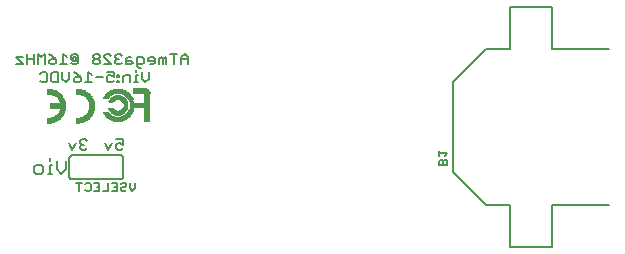
<source format=gbr>
G04 EAGLE Gerber RS-274X export*
G75*
%MOMM*%
%FSLAX34Y34*%
%LPD*%
%INSilkscreen Bottom*%
%IPPOS*%
%AMOC8*
5,1,8,0,0,1.08239X$1,22.5*%
G01*
%ADD10C,0.152400*%
%ADD11C,0.127000*%
%ADD12C,0.203200*%
%ADD13R,0.317500X0.012700*%
%ADD14R,0.330200X0.012700*%
%ADD15R,0.393700X0.012700*%
%ADD16R,0.406400X0.012700*%
%ADD17R,0.457200X0.012700*%
%ADD18R,0.508000X0.012700*%
%ADD19R,0.558800X0.012700*%
%ADD20R,0.596900X0.012700*%
%ADD21R,0.635000X0.012700*%
%ADD22R,0.685800X0.012700*%
%ADD23R,0.711200X0.012700*%
%ADD24R,0.736600X0.012700*%
%ADD25R,0.762000X0.012700*%
%ADD26R,0.787400X0.012700*%
%ADD27R,0.812800X0.012700*%
%ADD28R,0.838200X0.012700*%
%ADD29R,0.863600X0.012700*%
%ADD30R,0.876300X0.012700*%
%ADD31R,0.901700X0.012700*%
%ADD32R,0.914400X0.012700*%
%ADD33R,0.939800X0.012700*%
%ADD34R,0.952500X0.012700*%
%ADD35R,0.977900X0.012700*%
%ADD36R,0.990600X0.012700*%
%ADD37R,1.016000X0.012700*%
%ADD38R,1.028700X0.012700*%
%ADD39R,1.054100X0.012700*%
%ADD40R,1.066800X0.012700*%
%ADD41R,1.079500X0.012700*%
%ADD42R,1.092200X0.012700*%
%ADD43R,1.104900X0.012700*%
%ADD44R,1.117600X0.012700*%
%ADD45R,1.130300X0.012700*%
%ADD46R,1.143000X0.012700*%
%ADD47R,1.155700X0.012700*%
%ADD48R,1.168400X0.012700*%
%ADD49R,0.114300X0.012700*%
%ADD50R,0.800100X0.012700*%
%ADD51R,0.749300X0.012700*%
%ADD52R,0.723900X0.012700*%
%ADD53R,0.698500X0.012700*%
%ADD54R,0.660400X0.012700*%
%ADD55R,0.673100X0.012700*%
%ADD56R,0.647700X0.012700*%
%ADD57R,0.622300X0.012700*%
%ADD58R,0.609600X0.012700*%
%ADD59R,0.584200X0.012700*%
%ADD60R,0.571500X0.012700*%
%ADD61R,0.546100X0.012700*%
%ADD62R,0.533400X0.012700*%
%ADD63R,0.520700X0.012700*%
%ADD64R,0.495300X0.012700*%
%ADD65R,0.482600X0.012700*%
%ADD66R,0.469900X0.012700*%
%ADD67R,0.444500X0.012700*%
%ADD68R,1.295400X0.012700*%
%ADD69R,1.308100X0.012700*%
%ADD70R,0.825500X0.012700*%
%ADD71R,0.889000X0.012700*%
%ADD72R,1.181100X0.012700*%
%ADD73R,0.774700X0.012700*%
%ADD74R,1.041400X0.012700*%
%ADD75R,1.193800X0.012700*%
%ADD76R,1.257300X0.012700*%
%ADD77R,1.358900X0.012700*%
%ADD78R,1.409700X0.012700*%
%ADD79R,1.460500X0.012700*%
%ADD80R,1.498600X0.012700*%
%ADD81R,1.536700X0.012700*%
%ADD82R,1.562100X0.012700*%
%ADD83R,1.600200X0.012700*%
%ADD84R,1.638300X0.012700*%
%ADD85R,1.663700X0.012700*%
%ADD86R,1.701800X0.012700*%
%ADD87R,1.727200X0.012700*%
%ADD88R,1.778000X0.012700*%
%ADD89R,1.803400X0.012700*%
%ADD90R,1.828800X0.012700*%
%ADD91R,1.854200X0.012700*%
%ADD92R,1.879600X0.012700*%
%ADD93R,1.905000X0.012700*%
%ADD94R,0.850900X0.012700*%
%ADD95R,0.190500X0.012700*%
%ADD96R,0.355600X0.012700*%
%ADD97R,1.219200X0.012700*%
%ADD98R,1.244600X0.012700*%
%ADD99R,0.431800X0.012700*%
%ADD100R,1.282700X0.012700*%
%ADD101R,1.333500X0.012700*%
%ADD102R,1.371600X0.012700*%
%ADD103R,1.384300X0.012700*%
%ADD104R,0.419100X0.012700*%
%ADD105R,0.381000X0.012700*%
%ADD106R,1.752600X0.012700*%
%ADD107R,1.739900X0.012700*%
%ADD108R,0.368300X0.012700*%
%ADD109R,1.270000X0.012700*%
%ADD110R,1.231900X0.012700*%
%ADD111R,1.206500X0.012700*%
%ADD112R,0.965200X0.012700*%
%ADD113R,0.927100X0.012700*%
%ADD114R,0.203200X0.012700*%
%ADD115R,1.473200X0.012700*%
%ADD116R,1.841500X0.012700*%
%ADD117R,1.816100X0.012700*%
%ADD118R,1.790700X0.012700*%
%ADD119R,1.765300X0.012700*%
%ADD120R,1.447800X0.012700*%
%ADD121R,1.689100X0.012700*%
%ADD122R,1.435100X0.012700*%
%ADD123R,1.612900X0.012700*%
%ADD124R,1.574800X0.012700*%
%ADD125R,1.422400X0.012700*%
%ADD126R,1.511300X0.012700*%
%ADD127R,1.397000X0.012700*%
%ADD128R,1.320800X0.012700*%
%ADD129R,1.346200X0.012700*%
%ADD130R,0.127000X0.012700*%


D10*
X92300Y64018D02*
X92300Y56561D01*
X88572Y52832D01*
X84843Y56561D01*
X84843Y64018D01*
X80606Y60289D02*
X78742Y60289D01*
X78742Y52832D01*
X80606Y52832D02*
X76878Y52832D01*
X78742Y64018D02*
X78742Y65882D01*
X70946Y52832D02*
X67217Y52832D01*
X65353Y54696D01*
X65353Y58425D01*
X67217Y60289D01*
X70946Y60289D01*
X72810Y58425D01*
X72810Y54696D01*
X70946Y52832D01*
D11*
X162491Y133141D02*
X162491Y139073D01*
X162491Y133141D02*
X159525Y130175D01*
X156559Y133141D01*
X156559Y139073D01*
X153135Y136107D02*
X151653Y136107D01*
X151653Y130175D01*
X153135Y130175D02*
X150170Y130175D01*
X151653Y139073D02*
X151653Y140556D01*
X146899Y136107D02*
X146899Y130175D01*
X146899Y136107D02*
X142450Y136107D01*
X140967Y134624D01*
X140967Y130175D01*
X137543Y136107D02*
X136061Y136107D01*
X136061Y134624D01*
X137543Y134624D01*
X137543Y136107D01*
X137543Y131658D02*
X136061Y131658D01*
X136061Y130175D01*
X137543Y130175D01*
X137543Y131658D01*
X132866Y139073D02*
X126934Y139073D01*
X132866Y139073D02*
X132866Y134624D01*
X129900Y136107D01*
X128417Y136107D01*
X126934Y134624D01*
X126934Y131658D01*
X128417Y130175D01*
X131383Y130175D01*
X132866Y131658D01*
X123511Y134624D02*
X117579Y134624D01*
X114155Y136107D02*
X111190Y139073D01*
X111190Y130175D01*
X114155Y130175D02*
X108224Y130175D01*
X101834Y137590D02*
X98869Y139073D01*
X101834Y137590D02*
X104800Y134624D01*
X104800Y131658D01*
X103317Y130175D01*
X100352Y130175D01*
X98869Y131658D01*
X98869Y133141D01*
X100352Y134624D01*
X104800Y134624D01*
X95445Y133141D02*
X95445Y139073D01*
X95445Y133141D02*
X92479Y130175D01*
X89513Y133141D01*
X89513Y139073D01*
X86090Y139073D02*
X86090Y130175D01*
X81641Y130175D01*
X80158Y131658D01*
X80158Y137590D01*
X81641Y139073D01*
X86090Y139073D01*
X72286Y139073D02*
X70803Y137590D01*
X72286Y139073D02*
X75252Y139073D01*
X76735Y137590D01*
X76735Y131658D01*
X75252Y130175D01*
X72286Y130175D01*
X70803Y131658D01*
X196127Y145415D02*
X196127Y151347D01*
X193161Y154313D01*
X190195Y151347D01*
X190195Y145415D01*
X190195Y149864D02*
X196127Y149864D01*
X183806Y145415D02*
X183806Y154313D01*
X186771Y154313D02*
X180840Y154313D01*
X177416Y151347D02*
X177416Y145415D01*
X177416Y151347D02*
X175933Y151347D01*
X174450Y149864D01*
X174450Y145415D01*
X174450Y149864D02*
X172967Y151347D01*
X171484Y149864D01*
X171484Y145415D01*
X166578Y145415D02*
X163612Y145415D01*
X166578Y145415D02*
X168061Y146898D01*
X168061Y149864D01*
X166578Y151347D01*
X163612Y151347D01*
X162129Y149864D01*
X162129Y148381D01*
X168061Y148381D01*
X155740Y142449D02*
X154257Y142449D01*
X152774Y143932D01*
X152774Y151347D01*
X157223Y151347D01*
X158706Y149864D01*
X158706Y146898D01*
X157223Y145415D01*
X152774Y145415D01*
X147868Y151347D02*
X144902Y151347D01*
X143419Y149864D01*
X143419Y145415D01*
X147868Y145415D01*
X149351Y146898D01*
X147868Y148381D01*
X143419Y148381D01*
X139995Y152830D02*
X138513Y154313D01*
X135547Y154313D01*
X134064Y152830D01*
X134064Y151347D01*
X135547Y149864D01*
X137030Y149864D01*
X135547Y149864D02*
X134064Y148381D01*
X134064Y146898D01*
X135547Y145415D01*
X138513Y145415D01*
X139995Y146898D01*
X130640Y145415D02*
X124709Y145415D01*
X130640Y145415D02*
X124709Y151347D01*
X124709Y152830D01*
X126191Y154313D01*
X129157Y154313D01*
X130640Y152830D01*
X121285Y152830D02*
X119802Y154313D01*
X116836Y154313D01*
X115353Y152830D01*
X115353Y151347D01*
X116836Y149864D01*
X115353Y148381D01*
X115353Y146898D01*
X116836Y145415D01*
X119802Y145415D01*
X121285Y146898D01*
X121285Y148381D01*
X119802Y149864D01*
X121285Y151347D01*
X121285Y152830D01*
X119802Y149864D02*
X116836Y149864D01*
X98126Y145415D02*
X96643Y146898D01*
X98126Y145415D02*
X101092Y145415D01*
X102575Y146898D01*
X102575Y152830D01*
X101092Y154313D01*
X98126Y154313D01*
X96643Y152830D01*
X96643Y149864D01*
X98126Y148381D01*
X101092Y148381D01*
X101092Y151347D01*
X98126Y151347D01*
X98126Y148381D01*
X93220Y151347D02*
X90254Y154313D01*
X90254Y145415D01*
X93220Y145415D02*
X87288Y145415D01*
X80898Y152830D02*
X77933Y154313D01*
X80898Y152830D02*
X83864Y149864D01*
X83864Y146898D01*
X82381Y145415D01*
X79416Y145415D01*
X77933Y146898D01*
X77933Y148381D01*
X79416Y149864D01*
X83864Y149864D01*
X74509Y145415D02*
X74509Y154313D01*
X71543Y151347D01*
X68577Y154313D01*
X68577Y145415D01*
X65154Y145415D02*
X65154Y154313D01*
X65154Y149864D02*
X59222Y149864D01*
X59222Y154313D02*
X59222Y145415D01*
X55799Y151347D02*
X49867Y151347D01*
X55799Y145415D01*
X49867Y145415D01*
X108837Y81923D02*
X110320Y80440D01*
X108837Y81923D02*
X105871Y81923D01*
X104388Y80440D01*
X104388Y78957D01*
X105871Y77474D01*
X107354Y77474D01*
X105871Y77474D02*
X104388Y75991D01*
X104388Y74508D01*
X105871Y73025D01*
X108837Y73025D01*
X110320Y74508D01*
X100965Y78957D02*
X97999Y73025D01*
X95033Y78957D01*
X134868Y81923D02*
X140800Y81923D01*
X140800Y77474D01*
X137834Y78957D01*
X136351Y78957D01*
X134868Y77474D01*
X134868Y74508D01*
X136351Y73025D01*
X139317Y73025D01*
X140800Y74508D01*
X131445Y78957D02*
X128479Y73025D01*
X125513Y78957D01*
D12*
X138430Y68580D02*
X97790Y68580D01*
X138430Y48260D02*
X138530Y48262D01*
X138629Y48268D01*
X138729Y48278D01*
X138827Y48291D01*
X138926Y48309D01*
X139023Y48330D01*
X139119Y48355D01*
X139215Y48384D01*
X139309Y48417D01*
X139402Y48453D01*
X139493Y48493D01*
X139583Y48537D01*
X139671Y48584D01*
X139757Y48634D01*
X139841Y48688D01*
X139923Y48745D01*
X140002Y48805D01*
X140080Y48869D01*
X140154Y48935D01*
X140226Y49004D01*
X140295Y49076D01*
X140361Y49150D01*
X140425Y49228D01*
X140485Y49307D01*
X140542Y49389D01*
X140596Y49473D01*
X140646Y49559D01*
X140693Y49647D01*
X140737Y49737D01*
X140777Y49828D01*
X140813Y49921D01*
X140846Y50015D01*
X140875Y50111D01*
X140900Y50207D01*
X140921Y50304D01*
X140939Y50403D01*
X140952Y50501D01*
X140962Y50601D01*
X140968Y50700D01*
X140970Y50800D01*
X97790Y48260D02*
X97690Y48262D01*
X97591Y48268D01*
X97491Y48278D01*
X97393Y48291D01*
X97294Y48309D01*
X97197Y48330D01*
X97101Y48355D01*
X97005Y48384D01*
X96911Y48417D01*
X96818Y48453D01*
X96727Y48493D01*
X96637Y48537D01*
X96549Y48584D01*
X96463Y48634D01*
X96379Y48688D01*
X96297Y48745D01*
X96218Y48805D01*
X96140Y48869D01*
X96066Y48935D01*
X95994Y49004D01*
X95925Y49076D01*
X95859Y49150D01*
X95795Y49228D01*
X95735Y49307D01*
X95678Y49389D01*
X95624Y49473D01*
X95574Y49559D01*
X95527Y49647D01*
X95483Y49737D01*
X95443Y49828D01*
X95407Y49921D01*
X95374Y50015D01*
X95345Y50111D01*
X95320Y50207D01*
X95299Y50304D01*
X95281Y50403D01*
X95268Y50501D01*
X95258Y50601D01*
X95252Y50700D01*
X95250Y50800D01*
X95250Y66040D02*
X95252Y66140D01*
X95258Y66239D01*
X95268Y66339D01*
X95281Y66437D01*
X95299Y66536D01*
X95320Y66633D01*
X95345Y66729D01*
X95374Y66825D01*
X95407Y66919D01*
X95443Y67012D01*
X95483Y67103D01*
X95527Y67193D01*
X95574Y67281D01*
X95624Y67367D01*
X95678Y67451D01*
X95735Y67533D01*
X95795Y67612D01*
X95859Y67690D01*
X95925Y67764D01*
X95994Y67836D01*
X96066Y67905D01*
X96140Y67971D01*
X96218Y68035D01*
X96297Y68095D01*
X96379Y68152D01*
X96463Y68206D01*
X96549Y68256D01*
X96637Y68303D01*
X96727Y68347D01*
X96818Y68387D01*
X96911Y68423D01*
X97005Y68456D01*
X97101Y68485D01*
X97197Y68510D01*
X97294Y68531D01*
X97393Y68549D01*
X97491Y68562D01*
X97591Y68572D01*
X97690Y68578D01*
X97790Y68580D01*
X138430Y68580D02*
X138530Y68578D01*
X138629Y68572D01*
X138729Y68562D01*
X138827Y68549D01*
X138926Y68531D01*
X139023Y68510D01*
X139119Y68485D01*
X139215Y68456D01*
X139309Y68423D01*
X139402Y68387D01*
X139493Y68347D01*
X139583Y68303D01*
X139671Y68256D01*
X139757Y68206D01*
X139841Y68152D01*
X139923Y68095D01*
X140002Y68035D01*
X140080Y67971D01*
X140154Y67905D01*
X140226Y67836D01*
X140295Y67764D01*
X140361Y67690D01*
X140425Y67612D01*
X140485Y67533D01*
X140542Y67451D01*
X140596Y67367D01*
X140646Y67281D01*
X140693Y67193D01*
X140737Y67103D01*
X140777Y67012D01*
X140813Y66919D01*
X140846Y66825D01*
X140875Y66729D01*
X140900Y66633D01*
X140921Y66536D01*
X140939Y66437D01*
X140952Y66339D01*
X140962Y66239D01*
X140968Y66140D01*
X140970Y66040D01*
X140970Y50800D01*
X95250Y50800D02*
X95250Y66040D01*
X97790Y48260D02*
X138430Y48260D01*
D10*
X150687Y44964D02*
X150687Y40557D01*
X148484Y38354D01*
X146281Y40557D01*
X146281Y44964D01*
X139898Y44964D02*
X138797Y43862D01*
X139898Y44964D02*
X142101Y44964D01*
X143203Y43862D01*
X143203Y42760D01*
X142101Y41659D01*
X139898Y41659D01*
X138797Y40557D01*
X138797Y39456D01*
X139898Y38354D01*
X142101Y38354D01*
X143203Y39456D01*
X135719Y44964D02*
X131312Y44964D01*
X135719Y44964D02*
X135719Y38354D01*
X131312Y38354D01*
X133516Y41659D02*
X135719Y41659D01*
X128235Y44964D02*
X128235Y38354D01*
X123828Y38354D01*
X120750Y44964D02*
X116344Y44964D01*
X120750Y44964D02*
X120750Y38354D01*
X116344Y38354D01*
X118547Y41659D02*
X120750Y41659D01*
X109962Y44964D02*
X108860Y43862D01*
X109962Y44964D02*
X112165Y44964D01*
X113266Y43862D01*
X113266Y39456D01*
X112165Y38354D01*
X109962Y38354D01*
X108860Y39456D01*
X103579Y38354D02*
X103579Y44964D01*
X105782Y44964D02*
X101376Y44964D01*
D13*
X102616Y95250D03*
D14*
X78169Y95250D03*
D15*
X102997Y95377D03*
D16*
X78550Y95377D03*
D17*
X103315Y95504D03*
X78804Y95504D03*
D18*
X103569Y95631D03*
X79058Y95631D03*
D19*
X103823Y95758D03*
X79312Y95758D03*
D20*
X104013Y95885D03*
X79502Y95885D03*
D21*
X104204Y96012D03*
X79693Y96012D03*
D22*
X104458Y96139D03*
X79947Y96139D03*
D23*
X104585Y96266D03*
X80074Y96266D03*
D24*
X104712Y96393D03*
X80201Y96393D03*
D25*
X104839Y96520D03*
X80328Y96520D03*
D26*
X104966Y96647D03*
X80455Y96647D03*
D27*
X105093Y96774D03*
X80582Y96774D03*
D28*
X105220Y96901D03*
X80709Y96901D03*
D29*
X105347Y97028D03*
X80836Y97028D03*
D30*
X105410Y97155D03*
X80899Y97155D03*
D31*
X105537Y97282D03*
X81026Y97282D03*
D32*
X105601Y97409D03*
X81090Y97409D03*
D33*
X105728Y97536D03*
X81217Y97536D03*
D34*
X105791Y97663D03*
X81280Y97663D03*
D35*
X105918Y97790D03*
X81407Y97790D03*
D36*
X105982Y97917D03*
X81471Y97917D03*
D37*
X106109Y98044D03*
X81598Y98044D03*
D38*
X106172Y98171D03*
X81661Y98171D03*
D39*
X106299Y98298D03*
X81788Y98298D03*
D40*
X106363Y98425D03*
X81852Y98425D03*
D41*
X106426Y98552D03*
X81915Y98552D03*
D42*
X106490Y98679D03*
X81979Y98679D03*
D43*
X106553Y98806D03*
X82042Y98806D03*
D44*
X106617Y98933D03*
X82106Y98933D03*
D45*
X106680Y99060D03*
X82169Y99060D03*
D46*
X106744Y99187D03*
X82233Y99187D03*
D47*
X106807Y99314D03*
X82296Y99314D03*
D48*
X106871Y99441D03*
X82360Y99441D03*
D36*
X107887Y99568D03*
D49*
X101600Y99568D03*
D36*
X83376Y99568D03*
D49*
X77089Y99568D03*
D31*
X108458Y99695D03*
D32*
X83884Y99695D03*
D28*
X108903Y99822D03*
X84392Y99822D03*
D50*
X109220Y99949D03*
D26*
X84773Y99949D03*
D25*
X109538Y100076D03*
X85027Y100076D03*
D51*
X109728Y100203D03*
X85217Y100203D03*
D24*
X109919Y100330D03*
X85408Y100330D03*
D23*
X110173Y100457D03*
D52*
X85598Y100457D03*
D53*
X110363Y100584D03*
D23*
X85789Y100584D03*
D22*
X110554Y100711D03*
D53*
X85979Y100711D03*
D54*
X110681Y100838D03*
D55*
X86106Y100838D03*
D56*
X110871Y100965D03*
D54*
X86297Y100965D03*
D56*
X110998Y101092D03*
X86487Y101092D03*
D21*
X111189Y101219D03*
X86678Y101219D03*
D57*
X111252Y101346D03*
D58*
X86805Y101346D03*
D57*
X111379Y101473D03*
D58*
X86932Y101473D03*
D57*
X111506Y101600D03*
D20*
X87122Y101600D03*
X111633Y101727D03*
D59*
X87186Y101727D03*
D20*
X111760Y101854D03*
D59*
X87313Y101854D03*
X111824Y101981D03*
D60*
X87376Y101981D03*
D59*
X111951Y102108D03*
D60*
X87503Y102108D03*
D59*
X112078Y102235D03*
D60*
X87630Y102235D03*
D19*
X112205Y102362D03*
X87694Y102362D03*
X112332Y102489D03*
X87821Y102489D03*
D61*
X112395Y102616D03*
X87884Y102616D03*
X112522Y102743D03*
D62*
X88075Y102743D03*
D61*
X112649Y102870D03*
D62*
X88202Y102870D03*
X112713Y102997D03*
D63*
X88265Y102997D03*
D62*
X112840Y103124D03*
X88329Y103124D03*
D63*
X112903Y103251D03*
X88392Y103251D03*
D62*
X112967Y103378D03*
D63*
X88519Y103378D03*
X113030Y103505D03*
X88519Y103505D03*
X113157Y103632D03*
X88646Y103632D03*
D18*
X113221Y103759D03*
X88710Y103759D03*
D63*
X113284Y103886D03*
D18*
X88837Y103886D03*
X113348Y104013D03*
X88837Y104013D03*
D64*
X113411Y104140D03*
X88900Y104140D03*
D18*
X113475Y104267D03*
D64*
X89027Y104267D03*
X113538Y104394D03*
D65*
X89091Y104394D03*
X113602Y104521D03*
X89091Y104521D03*
D64*
X113665Y104648D03*
D65*
X89218Y104648D03*
X113729Y104775D03*
X89218Y104775D03*
X113729Y104902D03*
D66*
X89281Y104902D03*
X113792Y105029D03*
X89281Y105029D03*
D65*
X113856Y105156D03*
D66*
X89408Y105156D03*
X113919Y105283D03*
X89408Y105283D03*
X113919Y105410D03*
D17*
X89472Y105410D03*
D66*
X114046Y105537D03*
X89535Y105537D03*
X114046Y105664D03*
D17*
X89599Y105664D03*
D66*
X114046Y105791D03*
D17*
X89599Y105791D03*
X114110Y105918D03*
X89599Y105918D03*
D66*
X114173Y106045D03*
D17*
X89726Y106045D03*
X114237Y106172D03*
X89726Y106172D03*
X114237Y106299D03*
X89726Y106299D03*
D67*
X114300Y106426D03*
X89789Y106426D03*
D17*
X114364Y106553D03*
X89853Y106553D03*
X114364Y106680D03*
X89853Y106680D03*
D67*
X114427Y106807D03*
X89916Y106807D03*
X114427Y106934D03*
X89916Y106934D03*
D17*
X114491Y107061D03*
X89980Y107061D03*
X114491Y107188D03*
X89980Y107188D03*
D67*
X114554Y107315D03*
X90043Y107315D03*
X114554Y107442D03*
D68*
X85789Y107442D03*
D67*
X114554Y107569D03*
D68*
X85789Y107569D03*
D67*
X114554Y107696D03*
D68*
X85789Y107696D03*
D17*
X114618Y107823D03*
D69*
X85852Y107823D03*
D17*
X114618Y107950D03*
D69*
X85852Y107950D03*
D67*
X114681Y108077D03*
D69*
X85852Y108077D03*
D67*
X114681Y108204D03*
D69*
X85852Y108204D03*
D67*
X114681Y108331D03*
D69*
X85852Y108331D03*
D67*
X114681Y108458D03*
D69*
X85852Y108458D03*
D67*
X114681Y108585D03*
D69*
X85852Y108585D03*
D67*
X114681Y108712D03*
D69*
X85852Y108712D03*
D67*
X114681Y108839D03*
D69*
X85852Y108839D03*
D67*
X114681Y108966D03*
D69*
X85852Y108966D03*
D67*
X114681Y109093D03*
D69*
X85852Y109093D03*
D67*
X114681Y109220D03*
D69*
X85852Y109220D03*
D67*
X114681Y109347D03*
D69*
X85852Y109347D03*
D67*
X114681Y109474D03*
D69*
X85852Y109474D03*
D67*
X114681Y109601D03*
D69*
X85852Y109601D03*
D67*
X114681Y109728D03*
D69*
X85852Y109728D03*
D67*
X114681Y109855D03*
D69*
X85852Y109855D03*
D67*
X114681Y109982D03*
D69*
X85852Y109982D03*
D67*
X114681Y110109D03*
D69*
X85852Y110109D03*
D67*
X114681Y110236D03*
D69*
X85852Y110236D03*
D67*
X114681Y110363D03*
D69*
X85852Y110363D03*
D67*
X114681Y110490D03*
D69*
X85852Y110490D03*
D67*
X114681Y110617D03*
D69*
X85852Y110617D03*
D67*
X114681Y110744D03*
D69*
X85852Y110744D03*
D67*
X114681Y110871D03*
D69*
X85852Y110871D03*
D67*
X114681Y110998D03*
D69*
X85852Y110998D03*
D17*
X114618Y111125D03*
D69*
X85852Y111125D03*
D17*
X114618Y111252D03*
D69*
X85852Y111252D03*
D17*
X114618Y111379D03*
D69*
X85852Y111379D03*
D67*
X114554Y111506D03*
D68*
X85789Y111506D03*
D67*
X114554Y111633D03*
D68*
X85789Y111633D03*
D67*
X114554Y111760D03*
D68*
X85789Y111760D03*
D17*
X114491Y111887D03*
D67*
X90043Y111887D03*
D17*
X114491Y112014D03*
X89980Y112014D03*
X114491Y112141D03*
X89980Y112141D03*
D67*
X114427Y112268D03*
X89916Y112268D03*
D17*
X114364Y112395D03*
D67*
X89916Y112395D03*
D17*
X114364Y112522D03*
X89853Y112522D03*
X114364Y112649D03*
X89853Y112649D03*
D67*
X114300Y112776D03*
X89789Y112776D03*
D17*
X114237Y112903D03*
X89726Y112903D03*
X114237Y113030D03*
X89726Y113030D03*
D66*
X114173Y113157D03*
D17*
X89726Y113157D03*
X114110Y113284D03*
X89599Y113284D03*
D66*
X114046Y113411D03*
D17*
X89599Y113411D03*
D66*
X114046Y113538D03*
X89535Y113538D03*
X114046Y113665D03*
X89535Y113665D03*
X113919Y113792D03*
X89408Y113792D03*
X113919Y113919D03*
X89408Y113919D03*
D65*
X113856Y114046D03*
X89345Y114046D03*
D66*
X113792Y114173D03*
X89281Y114173D03*
D65*
X113729Y114300D03*
X89218Y114300D03*
X113729Y114427D03*
X89218Y114427D03*
X113602Y114554D03*
X89091Y114554D03*
X113602Y114681D03*
X89091Y114681D03*
D64*
X113538Y114808D03*
X89027Y114808D03*
D18*
X113475Y114935D03*
D64*
X89027Y114935D03*
X113411Y115062D03*
X88900Y115062D03*
D18*
X113348Y115189D03*
X88837Y115189D03*
X113221Y115316D03*
D64*
X88773Y115316D03*
D63*
X113157Y115443D03*
D18*
X88710Y115443D03*
D63*
X113030Y115570D03*
D18*
X88583Y115570D03*
D63*
X113030Y115697D03*
X88519Y115697D03*
X112903Y115824D03*
X88392Y115824D03*
D62*
X112840Y115951D03*
D63*
X88392Y115951D03*
D62*
X112713Y116078D03*
D63*
X88265Y116078D03*
D61*
X112649Y116205D03*
D62*
X88202Y116205D03*
D61*
X112522Y116332D03*
D62*
X88075Y116332D03*
D61*
X112522Y116459D03*
X88011Y116459D03*
X112395Y116586D03*
X87884Y116586D03*
D19*
X112332Y116713D03*
X87821Y116713D03*
X112205Y116840D03*
X87694Y116840D03*
X112078Y116967D03*
X87567Y116967D03*
D59*
X111951Y117094D03*
D60*
X87503Y117094D03*
D59*
X111824Y117221D03*
D60*
X87376Y117221D03*
D59*
X111697Y117348D03*
D60*
X87249Y117348D03*
D20*
X111633Y117475D03*
D59*
X87186Y117475D03*
D20*
X111506Y117602D03*
D59*
X87059Y117602D03*
D58*
X111316Y117729D03*
D20*
X86868Y117729D03*
D57*
X111252Y117856D03*
D58*
X86805Y117856D03*
D57*
X111125Y117983D03*
D58*
X86678Y117983D03*
D21*
X110935Y118110D03*
D57*
X86487Y118110D03*
D56*
X110871Y118237D03*
X86360Y118237D03*
D54*
X110681Y118364D03*
X86170Y118364D03*
D55*
X110490Y118491D03*
X85979Y118491D03*
D53*
X110363Y118618D03*
X85852Y118618D03*
D23*
X110173Y118745D03*
X85662Y118745D03*
D24*
X109919Y118872D03*
D52*
X85471Y118872D03*
D51*
X109728Y118999D03*
D24*
X85281Y118999D03*
D25*
X109538Y119126D03*
X85027Y119126D03*
D26*
X109284Y119253D03*
X84773Y119253D03*
D70*
X108966Y119380D03*
D28*
X84392Y119380D03*
D71*
X108522Y119507D03*
D32*
X83884Y119507D03*
D72*
X106934Y119634D03*
X82423Y119634D03*
D48*
X106871Y119761D03*
X82360Y119761D03*
D47*
X106807Y119888D03*
X82296Y119888D03*
D46*
X106744Y120015D03*
X82233Y120015D03*
D45*
X106680Y120142D03*
X82169Y120142D03*
D44*
X106617Y120269D03*
X82106Y120269D03*
D43*
X106553Y120396D03*
X82042Y120396D03*
D42*
X106490Y120523D03*
X81979Y120523D03*
D41*
X106426Y120650D03*
X81915Y120650D03*
D40*
X106363Y120777D03*
X81852Y120777D03*
D39*
X106299Y120904D03*
X81788Y120904D03*
D38*
X106172Y121031D03*
X81661Y121031D03*
D37*
X106109Y121158D03*
X81598Y121158D03*
D36*
X105982Y121285D03*
X81471Y121285D03*
D35*
X105918Y121412D03*
X81407Y121412D03*
D34*
X105791Y121539D03*
X81280Y121539D03*
D33*
X105728Y121666D03*
X81217Y121666D03*
D32*
X105601Y121793D03*
X81090Y121793D03*
D31*
X105537Y121920D03*
X81026Y121920D03*
D30*
X105410Y122047D03*
X80899Y122047D03*
D29*
X105347Y122174D03*
X80836Y122174D03*
D28*
X105220Y122301D03*
X80709Y122301D03*
D70*
X105156Y122428D03*
X80645Y122428D03*
D50*
X105029Y122555D03*
X80518Y122555D03*
D73*
X104902Y122682D03*
X80391Y122682D03*
D51*
X104775Y122809D03*
X80264Y122809D03*
D52*
X104648Y122936D03*
X80137Y122936D03*
D22*
X104458Y123063D03*
X79947Y123063D03*
D56*
X104267Y123190D03*
X79756Y123190D03*
D20*
X104013Y123317D03*
X79502Y123317D03*
D19*
X103823Y123444D03*
X79312Y123444D03*
D18*
X103569Y123571D03*
X79058Y123571D03*
D17*
X103315Y123698D03*
X78804Y123698D03*
D16*
X103061Y123825D03*
X78550Y123825D03*
D14*
X102680Y123952D03*
X78169Y123952D03*
D67*
X161163Y96520D03*
D14*
X136716Y96520D03*
D17*
X161354Y96647D03*
D63*
X136652Y96647D03*
D66*
X161417Y96774D03*
D21*
X136462Y96774D03*
D65*
X161481Y96901D03*
D24*
X136462Y96901D03*
D65*
X161481Y97028D03*
D27*
X136462Y97028D03*
D65*
X161481Y97155D03*
D31*
X136398Y97155D03*
D65*
X161481Y97282D03*
D35*
X136398Y97282D03*
D65*
X161481Y97409D03*
D74*
X136462Y97409D03*
D65*
X161481Y97536D03*
D42*
X136462Y97536D03*
D65*
X161481Y97663D03*
D46*
X136462Y97663D03*
D65*
X161481Y97790D03*
D75*
X136462Y97790D03*
D65*
X161481Y97917D03*
D76*
X136525Y97917D03*
D65*
X161481Y98044D03*
D69*
X136525Y98044D03*
D65*
X161481Y98171D03*
D77*
X136525Y98171D03*
D65*
X161481Y98298D03*
D78*
X136525Y98298D03*
D65*
X161481Y98425D03*
D79*
X136525Y98425D03*
D65*
X161481Y98552D03*
D80*
X136462Y98552D03*
D65*
X161481Y98679D03*
D81*
X136525Y98679D03*
D65*
X161481Y98806D03*
D82*
X136525Y98806D03*
D65*
X161481Y98933D03*
D83*
X136462Y98933D03*
D65*
X161481Y99060D03*
D84*
X136525Y99060D03*
D65*
X161481Y99187D03*
D85*
X136525Y99187D03*
D65*
X161481Y99314D03*
D86*
X136462Y99314D03*
D65*
X161481Y99441D03*
D87*
X136462Y99441D03*
D65*
X161481Y99568D03*
D88*
X136462Y99568D03*
D65*
X161481Y99695D03*
D89*
X136462Y99695D03*
D65*
X161481Y99822D03*
D90*
X136462Y99822D03*
D65*
X161481Y99949D03*
D91*
X136462Y99949D03*
D65*
X161481Y100076D03*
D92*
X136462Y100076D03*
D65*
X161481Y100203D03*
D93*
X136462Y100203D03*
D65*
X161481Y100330D03*
D94*
X141986Y100330D03*
D27*
X130874Y100330D03*
D65*
X161481Y100457D03*
D27*
X142304Y100457D03*
D73*
X130556Y100457D03*
D65*
X161481Y100584D03*
D51*
X142748Y100584D03*
D24*
X130239Y100584D03*
D65*
X161481Y100711D03*
D22*
X143193Y100711D03*
D23*
X129985Y100711D03*
D65*
X161481Y100838D03*
D55*
X143383Y100838D03*
X129794Y100838D03*
D65*
X161481Y100965D03*
D54*
X143574Y100965D03*
D56*
X129540Y100965D03*
D65*
X161481Y101092D03*
D21*
X143701Y101092D03*
X129350Y101092D03*
D65*
X161481Y101219D03*
D57*
X143891Y101219D03*
D58*
X129096Y101219D03*
D65*
X161481Y101346D03*
D58*
X144082Y101346D03*
D20*
X128905Y101346D03*
D65*
X161481Y101473D03*
D20*
X144272Y101473D03*
D59*
X128715Y101473D03*
D65*
X161481Y101600D03*
D59*
X144336Y101600D03*
X128588Y101600D03*
D65*
X161481Y101727D03*
D60*
X144526Y101727D03*
X128397Y101727D03*
D65*
X161481Y101854D03*
D19*
X144717Y101854D03*
D95*
X136779Y101854D03*
D19*
X128207Y101854D03*
D65*
X161481Y101981D03*
D61*
X144907Y101981D03*
D96*
X136589Y101981D03*
D19*
X128080Y101981D03*
D65*
X161481Y102108D03*
D61*
X145034Y102108D03*
D66*
X136525Y102108D03*
D61*
X127889Y102108D03*
D65*
X161481Y102235D03*
D63*
X145161Y102235D03*
D19*
X136462Y102235D03*
D62*
X127826Y102235D03*
D65*
X161481Y102362D03*
D63*
X145288Y102362D03*
D57*
X136525Y102362D03*
D62*
X127699Y102362D03*
D65*
X161481Y102489D03*
D18*
X145479Y102489D03*
D55*
X136525Y102489D03*
D63*
X127508Y102489D03*
D65*
X161481Y102616D03*
D18*
X145606Y102616D03*
D52*
X136525Y102616D03*
D63*
X127381Y102616D03*
D65*
X161481Y102743D03*
D18*
X145733Y102743D03*
D73*
X136525Y102743D03*
D18*
X127318Y102743D03*
D65*
X161481Y102870D03*
D64*
X145796Y102870D03*
D70*
X136525Y102870D03*
D18*
X127191Y102870D03*
D65*
X161481Y102997D03*
D64*
X145923Y102997D03*
D29*
X136589Y102997D03*
D65*
X127064Y102997D03*
X161481Y103124D03*
X145987Y103124D03*
D32*
X136589Y103124D03*
D65*
X126937Y103124D03*
X161481Y103251D03*
X146114Y103251D03*
D34*
X136525Y103251D03*
D66*
X126873Y103251D03*
D65*
X161481Y103378D03*
D66*
X146177Y103378D03*
D35*
X136525Y103378D03*
D66*
X126746Y103378D03*
D65*
X161481Y103505D03*
D66*
X146304Y103505D03*
D37*
X136589Y103505D03*
D65*
X126683Y103505D03*
X161481Y103632D03*
D66*
X146304Y103632D03*
D74*
X136589Y103632D03*
D66*
X126619Y103632D03*
D65*
X161481Y103759D03*
D66*
X146431Y103759D03*
D40*
X136589Y103759D03*
D66*
X126492Y103759D03*
D65*
X161481Y103886D03*
D66*
X146558Y103886D03*
D43*
X136525Y103886D03*
D17*
X126429Y103886D03*
D65*
X161481Y104013D03*
D17*
X146622Y104013D03*
D46*
X136589Y104013D03*
D66*
X126365Y104013D03*
D65*
X161481Y104140D03*
D17*
X146749Y104140D03*
D48*
X136589Y104140D03*
D17*
X126302Y104140D03*
D65*
X161481Y104267D03*
D67*
X146812Y104267D03*
D75*
X136589Y104267D03*
D65*
X161481Y104394D03*
D17*
X146876Y104394D03*
D97*
X136589Y104394D03*
D65*
X161481Y104521D03*
D67*
X146939Y104521D03*
D98*
X136589Y104521D03*
D65*
X161481Y104648D03*
D67*
X147066Y104648D03*
D76*
X136525Y104648D03*
D65*
X161481Y104775D03*
D99*
X147130Y104775D03*
D100*
X136525Y104775D03*
D65*
X161481Y104902D03*
D99*
X147130Y104902D03*
D69*
X136525Y104902D03*
D65*
X161481Y105029D03*
D99*
X147257Y105029D03*
D101*
X136525Y105029D03*
D65*
X161481Y105156D03*
D99*
X147257Y105156D03*
D77*
X136525Y105156D03*
D65*
X161481Y105283D03*
D99*
X147384Y105283D03*
D102*
X136462Y105283D03*
D65*
X161481Y105410D03*
D99*
X147384Y105410D03*
D103*
X136525Y105410D03*
D65*
X161481Y105537D03*
D104*
X147447Y105537D03*
D78*
X136525Y105537D03*
D65*
X161481Y105664D03*
D99*
X147511Y105664D03*
D20*
X140716Y105664D03*
D54*
X132652Y105664D03*
D65*
X161481Y105791D03*
D104*
X147574Y105791D03*
D60*
X140843Y105791D03*
D59*
X132271Y105791D03*
D65*
X161481Y105918D03*
D99*
X147638Y105918D03*
D19*
X141034Y105918D03*
D60*
X132080Y105918D03*
D65*
X161481Y106045D03*
D104*
X147701Y106045D03*
D61*
X141224Y106045D03*
D62*
X131890Y106045D03*
D65*
X161481Y106172D03*
D104*
X147701Y106172D03*
D63*
X141351Y106172D03*
X131699Y106172D03*
D65*
X161481Y106299D03*
D16*
X147765Y106299D03*
D18*
X141542Y106299D03*
X131509Y106299D03*
D65*
X161481Y106426D03*
D104*
X147828Y106426D03*
D65*
X141669Y106426D03*
X131382Y106426D03*
X161481Y106553D03*
D104*
X147828Y106553D03*
D65*
X141796Y106553D03*
D66*
X131191Y106553D03*
D65*
X161481Y106680D03*
D16*
X147892Y106680D03*
D66*
X141859Y106680D03*
D17*
X131128Y106680D03*
D65*
X161481Y106807D03*
D16*
X147892Y106807D03*
D67*
X141986Y106807D03*
D17*
X131001Y106807D03*
D65*
X161481Y106934D03*
D16*
X148019Y106934D03*
D67*
X142113Y106934D03*
X130937Y106934D03*
D65*
X161481Y107061D03*
D16*
X148019Y107061D03*
D99*
X142177Y107061D03*
D67*
X130810Y107061D03*
D65*
X161481Y107188D03*
D15*
X148082Y107188D03*
D99*
X142304Y107188D03*
X130747Y107188D03*
D65*
X161481Y107315D03*
D15*
X148082Y107315D03*
D99*
X142304Y107315D03*
X130620Y107315D03*
D65*
X161481Y107442D03*
D15*
X148082Y107442D03*
D99*
X142431Y107442D03*
D65*
X161481Y107569D03*
D15*
X148209Y107569D03*
D104*
X142494Y107569D03*
D65*
X161481Y107696D03*
D15*
X148209Y107696D03*
D104*
X142621Y107696D03*
D65*
X161481Y107823D03*
D15*
X148209Y107823D03*
D104*
X142621Y107823D03*
D65*
X161481Y107950D03*
D15*
X148209Y107950D03*
D16*
X142685Y107950D03*
D65*
X161481Y108077D03*
D105*
X148273Y108077D03*
D16*
X142685Y108077D03*
D65*
X161481Y108204D03*
D15*
X148336Y108204D03*
D16*
X142812Y108204D03*
D64*
X161417Y108331D03*
D15*
X148336Y108331D03*
D16*
X142812Y108331D03*
D106*
X155131Y108458D03*
D15*
X142875Y108458D03*
D106*
X155131Y108585D03*
D15*
X142875Y108585D03*
D106*
X155131Y108712D03*
D105*
X142939Y108712D03*
D107*
X155194Y108839D03*
D105*
X142939Y108839D03*
D107*
X155194Y108966D03*
D105*
X142939Y108966D03*
D107*
X155194Y109093D03*
D15*
X143002Y109093D03*
D107*
X155194Y109220D03*
D105*
X143066Y109220D03*
D107*
X155194Y109347D03*
D105*
X143066Y109347D03*
D107*
X155194Y109474D03*
D105*
X143066Y109474D03*
D107*
X155194Y109601D03*
D105*
X143066Y109601D03*
D107*
X155194Y109728D03*
D105*
X143066Y109728D03*
D87*
X155258Y109855D03*
D108*
X143129Y109855D03*
D87*
X155258Y109982D03*
D105*
X143193Y109982D03*
D87*
X155258Y110109D03*
D105*
X143193Y110109D03*
D87*
X155258Y110236D03*
D105*
X143193Y110236D03*
D87*
X155258Y110363D03*
D105*
X143193Y110363D03*
D87*
X155258Y110490D03*
D105*
X143193Y110490D03*
D87*
X155258Y110617D03*
D105*
X143193Y110617D03*
D87*
X155258Y110744D03*
D108*
X143129Y110744D03*
D107*
X155194Y110871D03*
D105*
X143066Y110871D03*
D107*
X155194Y110998D03*
D105*
X143066Y110998D03*
D107*
X155194Y111125D03*
D105*
X143066Y111125D03*
D107*
X155194Y111252D03*
D105*
X143066Y111252D03*
D107*
X155194Y111379D03*
D105*
X143066Y111379D03*
D107*
X155194Y111506D03*
D15*
X143002Y111506D03*
D107*
X155194Y111633D03*
D105*
X142939Y111633D03*
D107*
X155194Y111760D03*
D105*
X142939Y111760D03*
D106*
X155131Y111887D03*
D105*
X142939Y111887D03*
D106*
X155131Y112014D03*
D15*
X142875Y112014D03*
D106*
X155131Y112141D03*
D15*
X142875Y112141D03*
D65*
X161481Y112268D03*
D15*
X148336Y112268D03*
D16*
X142812Y112268D03*
D65*
X161481Y112395D03*
D15*
X148336Y112395D03*
X142748Y112395D03*
D65*
X161481Y112522D03*
D105*
X148273Y112522D03*
D16*
X142685Y112522D03*
D65*
X161481Y112649D03*
D15*
X148209Y112649D03*
D16*
X142685Y112649D03*
D65*
X161481Y112776D03*
D15*
X148209Y112776D03*
D104*
X142621Y112776D03*
D65*
X161481Y112903D03*
D15*
X148209Y112903D03*
D104*
X142621Y112903D03*
D65*
X161481Y113030D03*
D15*
X148209Y113030D03*
D104*
X142494Y113030D03*
D65*
X161481Y113157D03*
D15*
X148082Y113157D03*
D99*
X142431Y113157D03*
D16*
X130493Y113157D03*
D65*
X161481Y113284D03*
D15*
X148082Y113284D03*
D99*
X142304Y113284D03*
D104*
X130556Y113284D03*
D65*
X161481Y113411D03*
D15*
X148082Y113411D03*
D99*
X142304Y113411D03*
D104*
X130683Y113411D03*
D65*
X161481Y113538D03*
D16*
X148019Y113538D03*
D99*
X142177Y113538D03*
X130747Y113538D03*
D65*
X161481Y113665D03*
D16*
X148019Y113665D03*
D67*
X142113Y113665D03*
D99*
X130874Y113665D03*
D65*
X161481Y113792D03*
D16*
X147892Y113792D03*
D17*
X142050Y113792D03*
D67*
X130937Y113792D03*
D65*
X161481Y113919D03*
D16*
X147892Y113919D03*
D17*
X141923Y113919D03*
D67*
X131064Y113919D03*
D65*
X161481Y114046D03*
D16*
X147892Y114046D03*
D65*
X141796Y114046D03*
D17*
X131128Y114046D03*
D65*
X161481Y114173D03*
D104*
X147828Y114173D03*
D65*
X141669Y114173D03*
D66*
X131318Y114173D03*
D65*
X161481Y114300D03*
D16*
X147765Y114300D03*
D64*
X141605Y114300D03*
D65*
X131382Y114300D03*
X161481Y114427D03*
D16*
X147765Y114427D03*
D18*
X141415Y114427D03*
D64*
X131572Y114427D03*
D65*
X161481Y114554D03*
D104*
X147701Y114554D03*
D63*
X141351Y114554D03*
X131699Y114554D03*
D65*
X161481Y114681D03*
D104*
X147701Y114681D03*
D62*
X141161Y114681D03*
X131890Y114681D03*
D65*
X161481Y114808D03*
D104*
X147574Y114808D03*
D61*
X140970Y114808D03*
X132080Y114808D03*
D65*
X161481Y114935D03*
D104*
X147574Y114935D03*
D20*
X140716Y114935D03*
D60*
X132207Y114935D03*
D65*
X161481Y115062D03*
D104*
X147447Y115062D03*
D56*
X140335Y115062D03*
D55*
X132842Y115062D03*
D65*
X161481Y115189D03*
D104*
X147447Y115189D03*
D103*
X136525Y115189D03*
D65*
X161481Y115316D03*
D99*
X147384Y115316D03*
D102*
X136462Y115316D03*
D65*
X161481Y115443D03*
D104*
X147320Y115443D03*
D77*
X136525Y115443D03*
D65*
X161481Y115570D03*
D99*
X147257Y115570D03*
D101*
X136525Y115570D03*
D65*
X161481Y115697D03*
D99*
X147130Y115697D03*
D69*
X136525Y115697D03*
D65*
X161481Y115824D03*
D99*
X147130Y115824D03*
D100*
X136525Y115824D03*
D65*
X161481Y115951D03*
D99*
X147003Y115951D03*
D109*
X136462Y115951D03*
D65*
X161481Y116078D03*
D67*
X146939Y116078D03*
D76*
X136525Y116078D03*
D65*
X161481Y116205D03*
D67*
X146812Y116205D03*
D110*
X136525Y116205D03*
D65*
X161481Y116332D03*
D17*
X146749Y116332D03*
D111*
X136525Y116332D03*
D67*
X126238Y116332D03*
D65*
X161481Y116459D03*
D67*
X146685Y116459D03*
D72*
X136525Y116459D03*
D17*
X126302Y116459D03*
D65*
X161481Y116586D03*
D17*
X146622Y116586D03*
D47*
X136525Y116586D03*
D17*
X126429Y116586D03*
D65*
X161481Y116713D03*
D17*
X146495Y116713D03*
D44*
X136462Y116713D03*
D66*
X126492Y116713D03*
D65*
X161481Y116840D03*
D66*
X146431Y116840D03*
D42*
X136462Y116840D03*
D17*
X126556Y116840D03*
D65*
X161481Y116967D03*
D66*
X146304Y116967D03*
D39*
X136525Y116967D03*
D66*
X126619Y116967D03*
D65*
X161481Y117094D03*
X146241Y117094D03*
D38*
X136525Y117094D03*
D66*
X126746Y117094D03*
D65*
X161481Y117221D03*
D66*
X146177Y117221D03*
D36*
X136462Y117221D03*
D65*
X126810Y117221D03*
X161481Y117348D03*
X146114Y117348D03*
D112*
X136462Y117348D03*
D65*
X126937Y117348D03*
X161481Y117475D03*
X145987Y117475D03*
D113*
X136525Y117475D03*
D64*
X127000Y117475D03*
D65*
X161481Y117602D03*
D64*
X145923Y117602D03*
D30*
X136525Y117602D03*
D64*
X127127Y117602D03*
D65*
X161481Y117729D03*
D64*
X145796Y117729D03*
D70*
X136525Y117729D03*
D64*
X127254Y117729D03*
D65*
X161481Y117856D03*
D18*
X145733Y117856D03*
D26*
X136589Y117856D03*
D18*
X127318Y117856D03*
D65*
X161481Y117983D03*
D18*
X145606Y117983D03*
D24*
X136589Y117983D03*
D18*
X127445Y117983D03*
D65*
X161481Y118110D03*
D18*
X145479Y118110D03*
D22*
X136589Y118110D03*
D18*
X127572Y118110D03*
D65*
X161481Y118237D03*
D18*
X145352Y118237D03*
D57*
X136525Y118237D03*
D63*
X127635Y118237D03*
D65*
X161481Y118364D03*
D18*
X145225Y118364D03*
D19*
X136462Y118364D03*
D62*
X127826Y118364D03*
D65*
X161481Y118491D03*
D62*
X145098Y118491D03*
D66*
X136525Y118491D03*
D62*
X127953Y118491D03*
D65*
X161481Y118618D03*
D62*
X144971Y118618D03*
D96*
X136589Y118618D03*
D61*
X128016Y118618D03*
D65*
X161481Y118745D03*
D62*
X144844Y118745D03*
D114*
X136843Y118745D03*
D61*
X128143Y118745D03*
D65*
X161481Y118872D03*
D61*
X144653Y118872D03*
D19*
X128334Y118872D03*
D65*
X161481Y118999D03*
D19*
X144463Y118999D03*
D60*
X128524Y118999D03*
D65*
X161481Y119126D03*
D60*
X144272Y119126D03*
D59*
X128715Y119126D03*
D64*
X161417Y119253D03*
D20*
X144145Y119253D03*
D57*
X128905Y119253D03*
D64*
X161417Y119380D03*
D58*
X143955Y119380D03*
D21*
X129096Y119380D03*
D64*
X161417Y119507D03*
D57*
X143764Y119507D03*
D56*
X129286Y119507D03*
D18*
X161354Y119634D03*
D56*
X143510Y119634D03*
D54*
X129477Y119634D03*
D63*
X161290Y119761D03*
D55*
X143383Y119761D03*
D22*
X129731Y119761D03*
D61*
X161163Y119888D03*
D22*
X143193Y119888D03*
D23*
X129985Y119888D03*
D115*
X156528Y120015D03*
D23*
X142939Y120015D03*
D24*
X130239Y120015D03*
D115*
X156528Y120142D03*
D51*
X142621Y120142D03*
D73*
X130556Y120142D03*
D79*
X156591Y120269D03*
D27*
X142177Y120269D03*
X130874Y120269D03*
D79*
X156591Y120396D03*
D93*
X136462Y120396D03*
D79*
X156591Y120523D03*
D92*
X136462Y120523D03*
D79*
X156591Y120650D03*
D116*
X136525Y120650D03*
D79*
X156591Y120777D03*
D117*
X136525Y120777D03*
D79*
X156591Y120904D03*
D118*
X136525Y120904D03*
D79*
X156591Y121031D03*
D119*
X136525Y121031D03*
D120*
X156528Y121158D03*
D87*
X136462Y121158D03*
D120*
X156528Y121285D03*
D121*
X136525Y121285D03*
D120*
X156528Y121412D03*
D85*
X136525Y121412D03*
D120*
X156528Y121539D03*
D84*
X136525Y121539D03*
D122*
X156464Y121666D03*
D123*
X136525Y121666D03*
D122*
X156464Y121793D03*
D124*
X136462Y121793D03*
D125*
X156401Y121920D03*
D81*
X136525Y121920D03*
D125*
X156401Y122047D03*
D126*
X136525Y122047D03*
D78*
X156337Y122174D03*
D79*
X136525Y122174D03*
D78*
X156337Y122301D03*
D125*
X136589Y122301D03*
D127*
X156274Y122428D03*
D102*
X136589Y122428D03*
D127*
X156274Y122555D03*
D128*
X136589Y122555D03*
D103*
X156210Y122682D03*
D109*
X136589Y122682D03*
D103*
X156210Y122809D03*
D110*
X136525Y122809D03*
D102*
X156147Y122936D03*
D72*
X136525Y122936D03*
D102*
X156147Y123063D03*
D44*
X136462Y123063D03*
D77*
X156083Y123190D03*
D39*
X136398Y123190D03*
D129*
X156020Y123317D03*
D36*
X136335Y123317D03*
D101*
X155956Y123444D03*
D113*
X136398Y123444D03*
D128*
X155893Y123571D03*
D94*
X136525Y123571D03*
D69*
X155829Y123698D03*
D73*
X136652Y123698D03*
D68*
X155766Y123825D03*
D55*
X136652Y123825D03*
D100*
X155702Y123952D03*
D60*
X136525Y123952D03*
D109*
X155639Y124079D03*
D99*
X136335Y124079D03*
D98*
X155512Y124206D03*
D130*
X136589Y124206D03*
D110*
X155448Y124333D03*
D97*
X155385Y124460D03*
D75*
X155258Y124587D03*
D48*
X155131Y124714D03*
D43*
X154940Y124841D03*
D12*
X468630Y26670D02*
X468630Y-8890D01*
X468630Y26670D02*
X448310Y26670D01*
X420370Y54610D01*
X420370Y130810D01*
X448310Y158750D01*
X468630Y158750D01*
X468630Y194310D01*
X504190Y194310D01*
X504190Y158750D01*
X552450Y158750D01*
X552450Y26670D02*
X504190Y26670D01*
X504190Y-8890D01*
X468630Y-8890D01*
D10*
X415182Y60452D02*
X408572Y60452D01*
X415182Y60452D02*
X415182Y63757D01*
X414080Y64858D01*
X412978Y64858D01*
X411877Y63757D01*
X410775Y64858D01*
X409674Y64858D01*
X408572Y63757D01*
X408572Y60452D01*
X411877Y60452D02*
X411877Y63757D01*
X412978Y67936D02*
X415182Y70139D01*
X408572Y70139D01*
X408572Y67936D02*
X408572Y72343D01*
M02*

</source>
